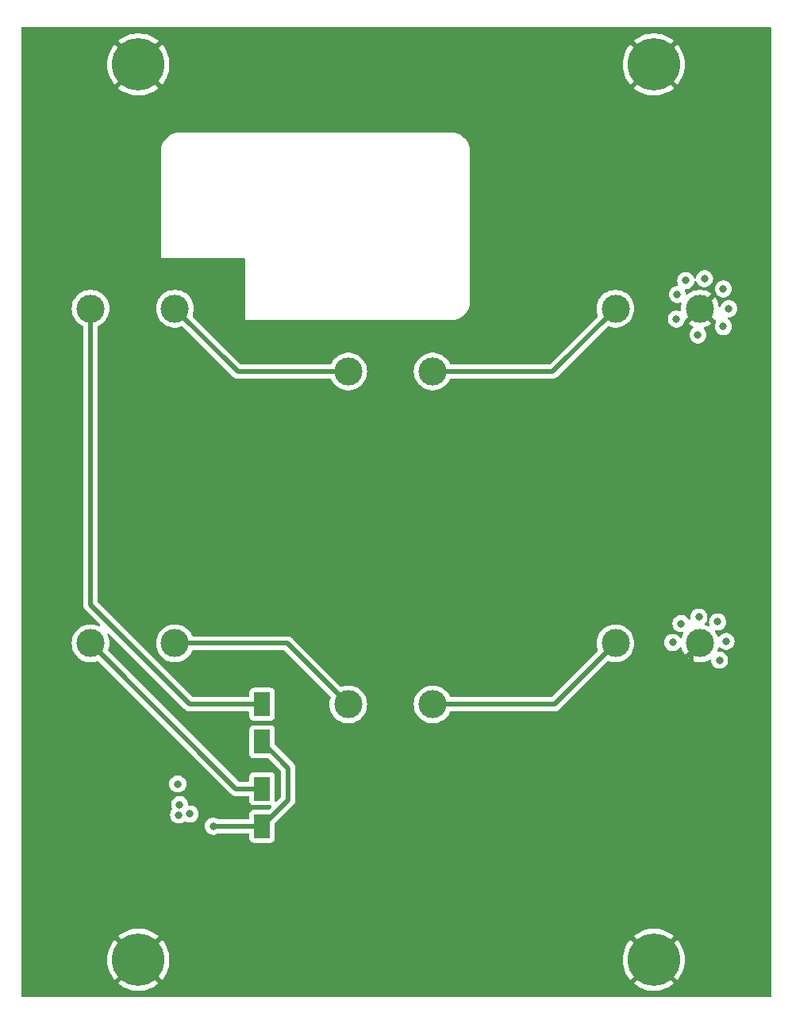
<source format=gtl>
G04 #@! TF.GenerationSoftware,KiCad,Pcbnew,7.0.1-0*
G04 #@! TF.CreationDate,2023-03-19T01:56:14-04:00*
G04 #@! TF.ProjectId,solar-cell-pcbs-usb,736f6c61-722d-4636-956c-6c2d70636273,3*
G04 #@! TF.SameCoordinates,Original*
G04 #@! TF.FileFunction,Copper,L1,Top*
G04 #@! TF.FilePolarity,Positive*
%FSLAX46Y46*%
G04 Gerber Fmt 4.6, Leading zero omitted, Abs format (unit mm)*
G04 Created by KiCad (PCBNEW 7.0.1-0) date 2023-03-19 01:56:14*
%MOMM*%
%LPD*%
G01*
G04 APERTURE LIST*
G04 #@! TA.AperFunction,ComponentPad*
%ADD10C,5.600000*%
G04 #@! TD*
G04 #@! TA.AperFunction,ComponentPad*
%ADD11C,3.000000*%
G04 #@! TD*
G04 #@! TA.AperFunction,SMDPad,CuDef*
%ADD12R,1.700000X2.500000*%
G04 #@! TD*
G04 #@! TA.AperFunction,ViaPad*
%ADD13C,0.800000*%
G04 #@! TD*
G04 #@! TA.AperFunction,Conductor*
%ADD14C,0.500000*%
G04 #@! TD*
G04 APERTURE END LIST*
D10*
X84600000Y-42750000D03*
D11*
X79500000Y-104500000D03*
X88500000Y-104500000D03*
X144500000Y-104500000D03*
X135500000Y-104500000D03*
D12*
X97800000Y-115000000D03*
X97800000Y-111000000D03*
D10*
X139600000Y-138250000D03*
D11*
X107000000Y-75500000D03*
X116000000Y-75500000D03*
X107000000Y-111000000D03*
X116000000Y-111000000D03*
D12*
X97800000Y-124000000D03*
X97800000Y-120000000D03*
D10*
X84600000Y-138250000D03*
D11*
X79500000Y-68800000D03*
X88500000Y-68800000D03*
D10*
X139600000Y-42750000D03*
D11*
X135500000Y-68800000D03*
X144500000Y-68800000D03*
D13*
X147000000Y-66700000D03*
X144300000Y-71600000D03*
X147000000Y-70700000D03*
X141600000Y-104400000D03*
X88800000Y-119500000D03*
X142000000Y-69900000D03*
X142500000Y-102400000D03*
X147600000Y-68800000D03*
X145000000Y-65600000D03*
X143000000Y-65800000D03*
X147300000Y-104300000D03*
X146600000Y-106300000D03*
X89000000Y-121700000D03*
X90100000Y-122700000D03*
X88900000Y-122800000D03*
X144400000Y-101700000D03*
X146400000Y-102200000D03*
X142100000Y-67300000D03*
X92600000Y-124000000D03*
D14*
X144500000Y-104500000D02*
X143575000Y-105425000D01*
X143575000Y-105425000D02*
X143575000Y-134275000D01*
X143575000Y-134275000D02*
X139600000Y-138250000D01*
X88500000Y-104500000D02*
X100500000Y-104500000D01*
X100500000Y-104500000D02*
X107000000Y-111000000D01*
X79500000Y-104500000D02*
X95000000Y-120000000D01*
X95000000Y-120000000D02*
X97800000Y-120000000D01*
X79500000Y-100400000D02*
X90100000Y-111000000D01*
X79500000Y-68800000D02*
X79500000Y-100400000D01*
X90100000Y-111000000D02*
X97800000Y-111000000D01*
X116000000Y-111000000D02*
X129000000Y-111000000D01*
X129000000Y-111000000D02*
X135500000Y-104500000D01*
X95200000Y-75500000D02*
X107000000Y-75500000D01*
X88500000Y-68800000D02*
X95200000Y-75500000D01*
X116000000Y-75500000D02*
X128800000Y-75500000D01*
X128800000Y-75500000D02*
X135500000Y-68800000D01*
X97800000Y-115000000D02*
X100600000Y-117800000D01*
X100600000Y-117800000D02*
X100600000Y-121200000D01*
X92600000Y-124000000D02*
X97800000Y-124000000D01*
X100600000Y-121200000D02*
X97800000Y-124000000D01*
G04 #@! TA.AperFunction,Conductor*
G36*
X152036500Y-38767381D02*
G01*
X152082619Y-38813500D01*
X152099500Y-38876500D01*
X152099500Y-142123500D01*
X152082619Y-142186500D01*
X152036500Y-142232619D01*
X151973500Y-142249500D01*
X143600099Y-142249500D01*
X135600099Y-142249500D01*
X88600099Y-142249500D01*
X80600099Y-142249500D01*
X72226500Y-142249500D01*
X72163500Y-142232619D01*
X72117381Y-142186500D01*
X72100500Y-142123500D01*
X72100500Y-140764706D01*
X82444502Y-140764706D01*
X82455307Y-140774940D01*
X82740860Y-140992013D01*
X83048233Y-141176953D01*
X83373782Y-141327568D01*
X83713715Y-141442105D01*
X84064040Y-141519217D01*
X84420642Y-141558000D01*
X84779358Y-141558000D01*
X85135959Y-141519217D01*
X85486284Y-141442105D01*
X85826217Y-141327568D01*
X86151766Y-141176953D01*
X86459139Y-140992013D01*
X86744693Y-140774939D01*
X86755496Y-140764706D01*
X137444502Y-140764706D01*
X137455307Y-140774940D01*
X137740860Y-140992013D01*
X138048233Y-141176953D01*
X138373782Y-141327568D01*
X138713715Y-141442105D01*
X139064040Y-141519217D01*
X139420642Y-141558000D01*
X139779358Y-141558000D01*
X140135959Y-141519217D01*
X140486284Y-141442105D01*
X140826217Y-141327568D01*
X141151766Y-141176953D01*
X141459139Y-140992013D01*
X141744693Y-140774939D01*
X141755496Y-140764706D01*
X139600001Y-138609210D01*
X139599999Y-138609210D01*
X137444502Y-140764706D01*
X86755496Y-140764706D01*
X84600001Y-138609210D01*
X84599999Y-138609210D01*
X82444502Y-140764706D01*
X72100500Y-140764706D01*
X72100500Y-138249999D01*
X81287140Y-138249999D01*
X81306561Y-138608183D01*
X81364593Y-138962166D01*
X81460557Y-139307797D01*
X81593331Y-139641032D01*
X81761352Y-139957955D01*
X81962655Y-140254854D01*
X82088168Y-140402620D01*
X84240789Y-138250001D01*
X84959210Y-138250001D01*
X87111831Y-140402620D01*
X87237344Y-140254854D01*
X87438647Y-139957955D01*
X87606668Y-139641032D01*
X87739442Y-139307797D01*
X87835406Y-138962166D01*
X87893438Y-138608183D01*
X87912859Y-138250000D01*
X136287140Y-138250000D01*
X136306561Y-138608183D01*
X136364593Y-138962166D01*
X136460557Y-139307797D01*
X136593331Y-139641032D01*
X136761352Y-139957955D01*
X136962655Y-140254854D01*
X137088168Y-140402620D01*
X139240789Y-138250000D01*
X139959210Y-138250000D01*
X142111831Y-140402620D01*
X142237344Y-140254854D01*
X142438647Y-139957955D01*
X142606668Y-139641032D01*
X142739442Y-139307797D01*
X142835406Y-138962166D01*
X142893438Y-138608183D01*
X142912859Y-138250000D01*
X142893438Y-137891816D01*
X142835406Y-137537833D01*
X142739442Y-137192202D01*
X142606668Y-136858967D01*
X142438647Y-136542044D01*
X142237341Y-136245140D01*
X142111831Y-136097377D01*
X139959210Y-138249998D01*
X139959210Y-138250000D01*
X139240789Y-138250000D01*
X139240789Y-138249998D01*
X137088167Y-136097377D01*
X137088166Y-136097378D01*
X136962658Y-136245139D01*
X136761352Y-136542044D01*
X136593331Y-136858967D01*
X136460557Y-137192202D01*
X136364593Y-137537833D01*
X136306561Y-137891816D01*
X136287140Y-138250000D01*
X87912859Y-138250000D01*
X87912859Y-138249999D01*
X87893438Y-137891816D01*
X87835406Y-137537833D01*
X87739442Y-137192202D01*
X87606668Y-136858967D01*
X87438647Y-136542044D01*
X87237341Y-136245140D01*
X87111831Y-136097377D01*
X84959210Y-138249999D01*
X84959210Y-138250001D01*
X84240789Y-138250001D01*
X84240789Y-138249999D01*
X82088167Y-136097377D01*
X82088166Y-136097378D01*
X81962658Y-136245139D01*
X81761352Y-136542044D01*
X81593331Y-136858967D01*
X81460557Y-137192202D01*
X81364593Y-137537833D01*
X81306561Y-137891816D01*
X81287140Y-138249999D01*
X72100500Y-138249999D01*
X72100500Y-135735292D01*
X82444502Y-135735292D01*
X84599999Y-137890789D01*
X84600001Y-137890789D01*
X86755496Y-135735292D01*
X137444502Y-135735292D01*
X139599999Y-137890789D01*
X139600001Y-137890789D01*
X141755496Y-135735292D01*
X141744692Y-135725059D01*
X141459139Y-135507986D01*
X141151766Y-135323046D01*
X140826217Y-135172431D01*
X140486284Y-135057894D01*
X140135959Y-134980782D01*
X139779358Y-134942000D01*
X139420642Y-134942000D01*
X139064040Y-134980782D01*
X138713715Y-135057894D01*
X138373782Y-135172431D01*
X138048233Y-135323046D01*
X137740860Y-135507986D01*
X137455303Y-135725062D01*
X137444502Y-135735292D01*
X86755496Y-135735292D01*
X86744692Y-135725059D01*
X86459139Y-135507986D01*
X86151766Y-135323046D01*
X85826217Y-135172431D01*
X85486284Y-135057894D01*
X85135959Y-134980782D01*
X84779358Y-134942000D01*
X84420642Y-134942000D01*
X84064040Y-134980782D01*
X83713715Y-135057894D01*
X83373782Y-135172431D01*
X83048233Y-135323046D01*
X82740860Y-135507986D01*
X82455303Y-135725062D01*
X82444502Y-135735292D01*
X72100500Y-135735292D01*
X72100500Y-122800000D01*
X87986496Y-122800000D01*
X88006458Y-122989929D01*
X88065472Y-123171556D01*
X88160958Y-123336942D01*
X88160960Y-123336944D01*
X88288747Y-123478866D01*
X88443248Y-123591118D01*
X88617712Y-123668794D01*
X88804513Y-123708500D01*
X88995485Y-123708500D01*
X88995487Y-123708500D01*
X89182288Y-123668794D01*
X89356752Y-123591118D01*
X89494759Y-123490849D01*
X89542623Y-123469539D01*
X89595018Y-123469540D01*
X89642880Y-123490850D01*
X89643248Y-123491118D01*
X89817712Y-123568794D01*
X90004513Y-123608500D01*
X90195485Y-123608500D01*
X90195487Y-123608500D01*
X90382288Y-123568794D01*
X90556752Y-123491118D01*
X90711253Y-123378866D01*
X90839040Y-123236944D01*
X90934527Y-123071556D01*
X90993542Y-122889928D01*
X91013504Y-122700000D01*
X90993542Y-122510072D01*
X90934527Y-122328444D01*
X90934527Y-122328443D01*
X90839041Y-122163057D01*
X90711252Y-122021133D01*
X90556753Y-121908883D01*
X90556752Y-121908882D01*
X90382288Y-121831206D01*
X90195487Y-121791500D01*
X90036572Y-121791500D01*
X89977419Y-121776751D01*
X89932113Y-121735958D01*
X89911262Y-121678671D01*
X89893542Y-121510072D01*
X89852729Y-121384462D01*
X89834527Y-121328443D01*
X89739041Y-121163057D01*
X89611252Y-121021133D01*
X89456753Y-120908883D01*
X89456752Y-120908882D01*
X89282288Y-120831206D01*
X89095487Y-120791500D01*
X88904513Y-120791500D01*
X88779978Y-120817970D01*
X88717711Y-120831206D01*
X88543246Y-120908883D01*
X88388747Y-121021133D01*
X88260958Y-121163057D01*
X88165472Y-121328443D01*
X88106458Y-121510070D01*
X88086496Y-121700000D01*
X88106458Y-121889929D01*
X88165472Y-122071554D01*
X88185304Y-122105905D01*
X88201494Y-122155732D01*
X88196018Y-122207837D01*
X88169824Y-122253210D01*
X88160960Y-122263054D01*
X88065472Y-122428444D01*
X88006458Y-122610070D01*
X87986496Y-122800000D01*
X72100500Y-122800000D01*
X72100500Y-119500000D01*
X87886496Y-119500000D01*
X87906458Y-119689929D01*
X87965472Y-119871556D01*
X88060958Y-120036942D01*
X88060960Y-120036944D01*
X88188747Y-120178866D01*
X88343248Y-120291118D01*
X88517712Y-120368794D01*
X88704513Y-120408500D01*
X88895485Y-120408500D01*
X88895487Y-120408500D01*
X89082288Y-120368794D01*
X89256752Y-120291118D01*
X89411253Y-120178866D01*
X89539040Y-120036944D01*
X89634527Y-119871556D01*
X89693542Y-119689928D01*
X89713504Y-119500000D01*
X89693542Y-119310072D01*
X89634527Y-119128444D01*
X89634527Y-119128443D01*
X89539041Y-118963057D01*
X89411252Y-118821133D01*
X89256753Y-118708883D01*
X89256752Y-118708882D01*
X89082288Y-118631206D01*
X88895487Y-118591500D01*
X88704513Y-118591500D01*
X88579979Y-118617970D01*
X88517711Y-118631206D01*
X88343246Y-118708883D01*
X88188747Y-118821133D01*
X88060958Y-118963057D01*
X87965472Y-119128443D01*
X87906458Y-119310070D01*
X87886496Y-119500000D01*
X72100500Y-119500000D01*
X72100500Y-104500000D01*
X77486807Y-104500000D01*
X77505557Y-104774124D01*
X77505557Y-104774128D01*
X77505558Y-104774130D01*
X77561462Y-105043153D01*
X77574155Y-105078867D01*
X77653476Y-105302057D01*
X77779889Y-105546024D01*
X77909929Y-105730248D01*
X77938343Y-105770502D01*
X78125889Y-105971314D01*
X78339031Y-106144718D01*
X78573800Y-106287484D01*
X78825823Y-106396953D01*
X79090404Y-106471085D01*
X79090410Y-106471085D01*
X79090411Y-106471086D01*
X79362612Y-106508500D01*
X79362615Y-106508500D01*
X79637385Y-106508500D01*
X79637388Y-106508500D01*
X79909590Y-106471086D01*
X79909591Y-106471085D01*
X79909596Y-106471085D01*
X80174177Y-106396953D01*
X80200163Y-106385665D01*
X80248926Y-106375241D01*
X80297916Y-106384551D01*
X80339457Y-106412138D01*
X94418092Y-120490773D01*
X94430060Y-120504620D01*
X94444531Y-120524058D01*
X94482870Y-120556228D01*
X94490974Y-120563655D01*
X94494899Y-120567580D01*
X94519502Y-120587034D01*
X94522293Y-120589308D01*
X94581382Y-120638890D01*
X94597889Y-120649405D01*
X94667794Y-120682002D01*
X94671094Y-120683600D01*
X94740000Y-120718206D01*
X94758485Y-120724631D01*
X94759791Y-120724900D01*
X94759794Y-120724902D01*
X94834113Y-120740247D01*
X94837525Y-120741003D01*
X94911344Y-120758500D01*
X94911347Y-120758500D01*
X94912642Y-120758807D01*
X94932111Y-120760796D01*
X94933438Y-120760757D01*
X94933442Y-120760758D01*
X95007697Y-120758597D01*
X95009224Y-120758553D01*
X95012888Y-120758500D01*
X96315500Y-120758500D01*
X96378500Y-120775381D01*
X96424619Y-120821500D01*
X96441500Y-120884500D01*
X96441500Y-121298638D01*
X96448011Y-121359200D01*
X96499111Y-121496205D01*
X96586738Y-121613261D01*
X96703794Y-121700888D01*
X96703795Y-121700888D01*
X96703796Y-121700889D01*
X96840799Y-121751989D01*
X96901362Y-121758500D01*
X98664629Y-121758500D01*
X98721832Y-121772233D01*
X98766565Y-121810439D01*
X98789078Y-121864789D01*
X98784462Y-121923436D01*
X98753724Y-121973595D01*
X98522724Y-122204595D01*
X98481847Y-122231909D01*
X98433629Y-122241500D01*
X96901362Y-122241500D01*
X96840799Y-122248011D01*
X96703794Y-122299111D01*
X96586738Y-122386738D01*
X96499111Y-122503794D01*
X96448011Y-122640799D01*
X96441500Y-122701362D01*
X96441500Y-123115500D01*
X96424619Y-123178500D01*
X96378500Y-123224619D01*
X96315500Y-123241500D01*
X93142586Y-123241500D01*
X93103649Y-123235333D01*
X93068529Y-123217438D01*
X93056752Y-123208882D01*
X92882288Y-123131206D01*
X92695487Y-123091500D01*
X92504513Y-123091500D01*
X92391603Y-123115500D01*
X92317711Y-123131206D01*
X92143246Y-123208883D01*
X91988747Y-123321133D01*
X91860958Y-123463057D01*
X91765472Y-123628443D01*
X91706458Y-123810070D01*
X91686496Y-123999999D01*
X91706458Y-124189929D01*
X91765472Y-124371556D01*
X91860958Y-124536942D01*
X91860960Y-124536944D01*
X91988747Y-124678866D01*
X92143248Y-124791118D01*
X92317712Y-124868794D01*
X92504513Y-124908500D01*
X92695485Y-124908500D01*
X92695487Y-124908500D01*
X92882288Y-124868794D01*
X93056752Y-124791118D01*
X93068529Y-124782561D01*
X93103649Y-124764667D01*
X93142586Y-124758500D01*
X96315500Y-124758500D01*
X96378500Y-124775381D01*
X96424619Y-124821500D01*
X96441500Y-124884500D01*
X96441500Y-125298638D01*
X96448011Y-125359200D01*
X96499111Y-125496205D01*
X96586738Y-125613261D01*
X96703794Y-125700888D01*
X96703795Y-125700888D01*
X96703796Y-125700889D01*
X96840799Y-125751989D01*
X96901362Y-125758500D01*
X98698638Y-125758500D01*
X98759201Y-125751989D01*
X98896204Y-125700889D01*
X99013261Y-125613261D01*
X99100889Y-125496204D01*
X99151989Y-125359201D01*
X99158500Y-125298638D01*
X99158500Y-123766372D01*
X99168091Y-123718154D01*
X99195404Y-123677277D01*
X99493815Y-123378866D01*
X101090776Y-121781902D01*
X101104624Y-121769936D01*
X101124058Y-121755469D01*
X101156231Y-121717125D01*
X101163660Y-121709019D01*
X101167580Y-121705100D01*
X101186999Y-121680538D01*
X101189293Y-121677723D01*
X101238887Y-121618621D01*
X101249401Y-121602117D01*
X101249964Y-121600907D01*
X101249967Y-121600905D01*
X101282036Y-121532131D01*
X101283544Y-121529015D01*
X101317609Y-121461188D01*
X101317610Y-121461179D01*
X101318212Y-121459983D01*
X101324634Y-121441509D01*
X101340238Y-121365935D01*
X101341022Y-121362397D01*
X101358500Y-121288656D01*
X101358500Y-121288654D01*
X101358808Y-121287355D01*
X101360797Y-121267885D01*
X101360758Y-121266560D01*
X101360759Y-121266558D01*
X101358553Y-121190741D01*
X101358500Y-121187077D01*
X101358500Y-117864441D01*
X101359830Y-117846180D01*
X101360067Y-117844556D01*
X101363341Y-117822211D01*
X101358979Y-117772353D01*
X101358500Y-117761372D01*
X101358500Y-117755824D01*
X101358500Y-117755820D01*
X101354860Y-117724684D01*
X101354496Y-117721123D01*
X101347887Y-117645574D01*
X101347885Y-117645569D01*
X101347770Y-117644250D01*
X101343534Y-117625138D01*
X101317156Y-117552666D01*
X101315952Y-117549203D01*
X101292114Y-117477262D01*
X101292112Y-117477260D01*
X101291692Y-117475990D01*
X101283170Y-117458386D01*
X101282435Y-117457268D01*
X101240756Y-117393900D01*
X101238812Y-117390846D01*
X101198330Y-117325213D01*
X101185964Y-117310034D01*
X101129825Y-117257069D01*
X101127197Y-117254516D01*
X99195405Y-115322724D01*
X99168091Y-115281847D01*
X99158500Y-115233629D01*
X99158500Y-113701362D01*
X99151989Y-113640799D01*
X99100889Y-113503796D01*
X99100888Y-113503794D01*
X99013261Y-113386738D01*
X98896205Y-113299111D01*
X98827702Y-113273560D01*
X98759201Y-113248011D01*
X98698638Y-113241500D01*
X96901362Y-113241500D01*
X96840799Y-113248011D01*
X96703794Y-113299111D01*
X96586738Y-113386738D01*
X96499111Y-113503794D01*
X96448011Y-113640799D01*
X96441500Y-113701362D01*
X96441500Y-116298638D01*
X96448011Y-116359200D01*
X96499111Y-116496205D01*
X96586738Y-116613261D01*
X96703794Y-116700888D01*
X96703795Y-116700888D01*
X96703796Y-116700889D01*
X96840799Y-116751989D01*
X96901362Y-116758500D01*
X98433629Y-116758500D01*
X98481847Y-116768091D01*
X98522724Y-116795405D01*
X99804595Y-118077275D01*
X99831909Y-118118152D01*
X99841500Y-118166370D01*
X99841500Y-120833629D01*
X99831909Y-120881847D01*
X99804595Y-120922724D01*
X99373595Y-121353724D01*
X99323436Y-121384462D01*
X99264789Y-121389078D01*
X99210439Y-121366565D01*
X99172233Y-121321832D01*
X99158500Y-121264629D01*
X99158500Y-118701362D01*
X99158499Y-118701361D01*
X99151989Y-118640799D01*
X99100889Y-118503796D01*
X99100888Y-118503794D01*
X99013261Y-118386738D01*
X98896205Y-118299111D01*
X98827702Y-118273561D01*
X98759201Y-118248011D01*
X98698638Y-118241500D01*
X96901362Y-118241500D01*
X96840799Y-118248011D01*
X96703794Y-118299111D01*
X96586738Y-118386738D01*
X96499111Y-118503794D01*
X96448011Y-118640799D01*
X96441500Y-118701362D01*
X96441500Y-119115500D01*
X96424619Y-119178500D01*
X96378500Y-119224619D01*
X96315500Y-119241500D01*
X95366371Y-119241500D01*
X95318153Y-119231909D01*
X95277276Y-119204595D01*
X81410207Y-105337526D01*
X81376393Y-105276169D01*
X81380577Y-105206237D01*
X81438538Y-105043153D01*
X81494442Y-104774130D01*
X81513193Y-104500000D01*
X81494442Y-104225870D01*
X81438538Y-103956847D01*
X81346523Y-103697942D01*
X81313503Y-103634216D01*
X81299873Y-103565076D01*
X81325502Y-103499430D01*
X81382372Y-103457814D01*
X81452695Y-103453245D01*
X81514472Y-103487153D01*
X89518092Y-111490773D01*
X89530060Y-111504620D01*
X89544530Y-111524057D01*
X89544531Y-111524058D01*
X89582868Y-111556226D01*
X89590965Y-111563646D01*
X89594900Y-111567581D01*
X89594904Y-111567584D01*
X89619455Y-111586997D01*
X89622296Y-111589311D01*
X89681377Y-111638885D01*
X89697890Y-111649405D01*
X89767786Y-111681998D01*
X89771078Y-111683591D01*
X89838812Y-111717609D01*
X89838814Y-111717609D01*
X89840008Y-111718209D01*
X89858490Y-111724633D01*
X89859791Y-111724901D01*
X89859794Y-111724903D01*
X89934078Y-111740241D01*
X89937630Y-111741029D01*
X90011344Y-111758500D01*
X90011346Y-111758500D01*
X90012641Y-111758807D01*
X90032114Y-111760797D01*
X90033439Y-111760758D01*
X90033442Y-111760759D01*
X90107477Y-111758604D01*
X90109259Y-111758553D01*
X90112923Y-111758500D01*
X96315500Y-111758500D01*
X96378500Y-111775381D01*
X96424619Y-111821500D01*
X96441500Y-111884500D01*
X96441500Y-112298638D01*
X96448011Y-112359200D01*
X96499111Y-112496205D01*
X96586738Y-112613261D01*
X96703794Y-112700888D01*
X96703795Y-112700888D01*
X96703796Y-112700889D01*
X96840799Y-112751989D01*
X96901362Y-112758500D01*
X98698638Y-112758500D01*
X98759201Y-112751989D01*
X98896204Y-112700889D01*
X99013261Y-112613261D01*
X99100889Y-112496204D01*
X99151989Y-112359201D01*
X99158500Y-112298638D01*
X99158500Y-109701362D01*
X99151989Y-109640799D01*
X99100889Y-109503796D01*
X99100888Y-109503794D01*
X99013261Y-109386738D01*
X98896205Y-109299111D01*
X98827702Y-109273561D01*
X98759201Y-109248011D01*
X98698638Y-109241500D01*
X96901362Y-109241500D01*
X96840799Y-109248011D01*
X96703794Y-109299111D01*
X96586738Y-109386738D01*
X96499111Y-109503794D01*
X96448011Y-109640799D01*
X96441500Y-109701362D01*
X96441500Y-110115500D01*
X96424619Y-110178500D01*
X96378500Y-110224619D01*
X96315500Y-110241500D01*
X90466371Y-110241500D01*
X90418153Y-110231909D01*
X90377276Y-110204595D01*
X84672681Y-104500000D01*
X86486807Y-104500000D01*
X86505557Y-104774124D01*
X86505557Y-104774128D01*
X86505558Y-104774130D01*
X86561462Y-105043153D01*
X86574155Y-105078867D01*
X86653476Y-105302057D01*
X86779889Y-105546024D01*
X86909929Y-105730248D01*
X86938343Y-105770502D01*
X87125889Y-105971314D01*
X87339031Y-106144718D01*
X87573800Y-106287484D01*
X87825823Y-106396953D01*
X88090404Y-106471085D01*
X88090410Y-106471085D01*
X88090411Y-106471086D01*
X88362612Y-106508500D01*
X88362615Y-106508500D01*
X88637385Y-106508500D01*
X88637388Y-106508500D01*
X88856636Y-106478364D01*
X88909596Y-106471085D01*
X89174177Y-106396953D01*
X89426200Y-106287484D01*
X89660969Y-106144718D01*
X89874111Y-105971314D01*
X90061657Y-105770502D01*
X90220111Y-105546023D01*
X90333842Y-105326530D01*
X90380247Y-105276843D01*
X90445715Y-105258500D01*
X100133629Y-105258500D01*
X100181847Y-105268091D01*
X100222724Y-105295405D01*
X105089791Y-110162472D01*
X105123605Y-110223829D01*
X105119421Y-110293761D01*
X105061463Y-110456841D01*
X105005557Y-110725875D01*
X104986807Y-111000000D01*
X105005557Y-111274124D01*
X105005557Y-111274128D01*
X105005558Y-111274130D01*
X105061462Y-111543153D01*
X105061463Y-111543155D01*
X105153476Y-111802057D01*
X105279889Y-112046024D01*
X105438342Y-112270501D01*
X105438343Y-112270502D01*
X105625889Y-112471314D01*
X105839031Y-112644718D01*
X106073800Y-112787484D01*
X106325823Y-112896953D01*
X106590404Y-112971085D01*
X106590410Y-112971085D01*
X106590411Y-112971086D01*
X106862612Y-113008500D01*
X106862615Y-113008500D01*
X107137385Y-113008500D01*
X107137388Y-113008500D01*
X107356636Y-112978364D01*
X107409596Y-112971085D01*
X107674177Y-112896953D01*
X107926200Y-112787484D01*
X108160969Y-112644718D01*
X108374111Y-112471314D01*
X108561657Y-112270502D01*
X108720111Y-112046023D01*
X108846523Y-111802058D01*
X108938538Y-111543153D01*
X108994442Y-111274130D01*
X109013193Y-111000000D01*
X113986807Y-111000000D01*
X114005557Y-111274124D01*
X114005557Y-111274128D01*
X114005558Y-111274130D01*
X114061462Y-111543153D01*
X114061463Y-111543155D01*
X114153476Y-111802057D01*
X114279889Y-112046024D01*
X114438342Y-112270501D01*
X114438343Y-112270502D01*
X114625889Y-112471314D01*
X114839031Y-112644718D01*
X115073800Y-112787484D01*
X115325823Y-112896953D01*
X115590404Y-112971085D01*
X115590410Y-112971085D01*
X115590411Y-112971086D01*
X115862612Y-113008500D01*
X115862615Y-113008500D01*
X116137385Y-113008500D01*
X116137388Y-113008500D01*
X116356636Y-112978364D01*
X116409596Y-112971085D01*
X116674177Y-112896953D01*
X116926200Y-112787484D01*
X117160969Y-112644718D01*
X117374111Y-112471314D01*
X117561657Y-112270502D01*
X117720111Y-112046023D01*
X117833842Y-111826530D01*
X117880247Y-111776843D01*
X117945715Y-111758500D01*
X128935559Y-111758500D01*
X128953820Y-111759830D01*
X128977789Y-111763341D01*
X129024253Y-111759275D01*
X129027647Y-111758979D01*
X129038628Y-111758500D01*
X129044177Y-111758500D01*
X129044180Y-111758500D01*
X129075301Y-111754861D01*
X129078889Y-111754495D01*
X129154426Y-111747887D01*
X129154430Y-111747885D01*
X129155751Y-111747770D01*
X129174856Y-111743535D01*
X129176106Y-111743079D01*
X129176113Y-111743079D01*
X129247400Y-111717132D01*
X129250769Y-111715961D01*
X129322738Y-111692114D01*
X129322739Y-111692112D01*
X129324007Y-111691693D01*
X129341613Y-111683169D01*
X129342725Y-111682437D01*
X129342732Y-111682435D01*
X129406138Y-111640730D01*
X129409161Y-111638806D01*
X129410416Y-111638032D01*
X129473651Y-111599030D01*
X129473652Y-111599028D01*
X129474788Y-111598328D01*
X129489959Y-111585970D01*
X129490871Y-111585002D01*
X129490874Y-111585001D01*
X129542929Y-111529824D01*
X129545448Y-111527231D01*
X134660543Y-106412136D01*
X134702081Y-106384552D01*
X134751070Y-106375241D01*
X134799832Y-106385663D01*
X134825823Y-106396953D01*
X135090404Y-106471085D01*
X135090410Y-106471085D01*
X135090411Y-106471086D01*
X135362612Y-106508500D01*
X135362615Y-106508500D01*
X135637385Y-106508500D01*
X135637388Y-106508500D01*
X135856636Y-106478364D01*
X135909596Y-106471085D01*
X136174177Y-106396953D01*
X136426200Y-106287484D01*
X136660969Y-106144718D01*
X136874111Y-105971314D01*
X137061657Y-105770502D01*
X137220111Y-105546023D01*
X137346523Y-105302058D01*
X137438538Y-105043153D01*
X137494442Y-104774130D01*
X137513193Y-104500000D01*
X137506353Y-104400000D01*
X140686496Y-104400000D01*
X140706458Y-104589929D01*
X140765472Y-104771556D01*
X140860958Y-104936942D01*
X140916996Y-104999178D01*
X140988747Y-105078866D01*
X141143248Y-105191118D01*
X141317712Y-105268794D01*
X141504513Y-105308500D01*
X141695485Y-105308500D01*
X141695487Y-105308500D01*
X141882288Y-105268794D01*
X142056752Y-105191118D01*
X142211253Y-105078866D01*
X142335835Y-104940502D01*
X142393820Y-104903963D01*
X142462356Y-104903183D01*
X142521161Y-104938394D01*
X142552833Y-104999178D01*
X142561942Y-105043014D01*
X142653936Y-105301860D01*
X142780318Y-105545765D01*
X142910540Y-105730248D01*
X142910541Y-105730248D01*
X144410905Y-104229885D01*
X144467389Y-104197273D01*
X144532611Y-104197273D01*
X144589095Y-104229885D01*
X144770114Y-104410904D01*
X144802726Y-104467388D01*
X144802726Y-104532610D01*
X144770114Y-104589094D01*
X143270715Y-106088492D01*
X143270715Y-106088494D01*
X143339321Y-106144310D01*
X143574026Y-106287036D01*
X143825989Y-106396480D01*
X144090513Y-106470596D01*
X144362645Y-106508000D01*
X144637355Y-106508000D01*
X144909486Y-106470596D01*
X145174010Y-106396480D01*
X145425971Y-106287037D01*
X145499580Y-106242274D01*
X145559599Y-106224048D01*
X145620969Y-106237019D01*
X145668480Y-106277972D01*
X145690359Y-106336759D01*
X145706458Y-106489929D01*
X145765472Y-106671556D01*
X145860958Y-106836942D01*
X145860960Y-106836944D01*
X145988747Y-106978866D01*
X146143248Y-107091118D01*
X146317712Y-107168794D01*
X146504513Y-107208500D01*
X146695485Y-107208500D01*
X146695487Y-107208500D01*
X146882288Y-107168794D01*
X147056752Y-107091118D01*
X147211253Y-106978866D01*
X147339040Y-106836944D01*
X147434527Y-106671556D01*
X147493542Y-106489928D01*
X147513504Y-106300000D01*
X147493542Y-106110072D01*
X147462931Y-106015862D01*
X147434527Y-105928443D01*
X147339041Y-105763057D01*
X147211252Y-105621133D01*
X147056753Y-105508883D01*
X147056752Y-105508882D01*
X146882288Y-105431206D01*
X146695487Y-105391500D01*
X146504513Y-105391500D01*
X146492707Y-105391500D01*
X146434739Y-105377374D01*
X146389769Y-105338162D01*
X146367881Y-105282657D01*
X146373982Y-105223305D01*
X146438056Y-105043017D01*
X146445297Y-105008169D01*
X146476968Y-104947383D01*
X146535773Y-104912170D01*
X146604310Y-104912950D01*
X146662297Y-104949491D01*
X146688747Y-104978866D01*
X146843248Y-105091118D01*
X147017712Y-105168794D01*
X147204513Y-105208500D01*
X147395485Y-105208500D01*
X147395487Y-105208500D01*
X147582288Y-105168794D01*
X147756752Y-105091118D01*
X147911253Y-104978866D01*
X148039040Y-104836944D01*
X148134527Y-104671556D01*
X148193542Y-104489928D01*
X148213504Y-104300000D01*
X148193542Y-104110072D01*
X148156274Y-103995375D01*
X148134527Y-103928443D01*
X148039041Y-103763057D01*
X147911252Y-103621133D01*
X147756753Y-103508883D01*
X147756752Y-103508882D01*
X147582288Y-103431206D01*
X147395487Y-103391500D01*
X147204513Y-103391500D01*
X147098274Y-103414082D01*
X147017711Y-103431206D01*
X146843246Y-103508883D01*
X146688747Y-103621133D01*
X146564952Y-103758622D01*
X146511069Y-103793875D01*
X146446805Y-103797904D01*
X146388941Y-103769655D01*
X146352591Y-103716505D01*
X146346064Y-103698141D01*
X146219683Y-103454238D01*
X146103073Y-103289039D01*
X146081169Y-103233420D01*
X146087363Y-103173966D01*
X146120262Y-103124057D01*
X146172459Y-103094926D01*
X146232208Y-103093131D01*
X146269351Y-103101026D01*
X146304512Y-103108500D01*
X146304513Y-103108500D01*
X146495485Y-103108500D01*
X146495487Y-103108500D01*
X146682288Y-103068794D01*
X146856752Y-102991118D01*
X147011253Y-102878866D01*
X147139040Y-102736944D01*
X147234527Y-102571556D01*
X147293542Y-102389928D01*
X147313504Y-102200000D01*
X147293542Y-102010072D01*
X147257981Y-101900626D01*
X147234527Y-101828443D01*
X147139041Y-101663057D01*
X147011252Y-101521133D01*
X146856753Y-101408883D01*
X146856752Y-101408882D01*
X146682288Y-101331206D01*
X146495487Y-101291500D01*
X146304513Y-101291500D01*
X146179978Y-101317970D01*
X146117711Y-101331206D01*
X145943246Y-101408883D01*
X145788747Y-101521133D01*
X145660958Y-101663057D01*
X145565473Y-101828442D01*
X145543522Y-101896000D01*
X145511215Y-101947700D01*
X145473890Y-101969248D01*
X145493135Y-101995737D01*
X145501619Y-102056105D01*
X145499996Y-102071556D01*
X145486496Y-102199999D01*
X145506458Y-102389929D01*
X145555500Y-102540864D01*
X145560349Y-102597980D01*
X145539393Y-102651333D01*
X145496970Y-102689881D01*
X145441860Y-102705648D01*
X145385468Y-102695369D01*
X145174003Y-102603516D01*
X145077995Y-102576616D01*
X145023301Y-102544789D01*
X144990977Y-102490386D01*
X144989177Y-102427131D01*
X145018352Y-102370981D01*
X145139040Y-102236944D01*
X145234527Y-102071556D01*
X145256477Y-102004000D01*
X145288783Y-101952300D01*
X145326107Y-101930750D01*
X145306863Y-101904262D01*
X145298379Y-101843897D01*
X145313504Y-101700000D01*
X145293542Y-101510072D01*
X145260663Y-101408882D01*
X145234527Y-101328443D01*
X145139041Y-101163057D01*
X145011252Y-101021133D01*
X144856753Y-100908883D01*
X144856752Y-100908882D01*
X144682288Y-100831206D01*
X144495487Y-100791500D01*
X144304513Y-100791500D01*
X144179979Y-100817970D01*
X144117711Y-100831206D01*
X143943246Y-100908883D01*
X143788747Y-101021133D01*
X143660958Y-101163057D01*
X143565472Y-101328443D01*
X143506458Y-101510070D01*
X143486496Y-101700000D01*
X143500560Y-101833807D01*
X143489258Y-101900626D01*
X143444977Y-101951926D01*
X143380526Y-101972867D01*
X143314549Y-101957393D01*
X143266131Y-101909978D01*
X143239041Y-101863057D01*
X143111252Y-101721133D01*
X142956753Y-101608883D01*
X142956752Y-101608882D01*
X142782288Y-101531206D01*
X142595487Y-101491500D01*
X142404513Y-101491500D01*
X142279979Y-101517970D01*
X142217711Y-101531206D01*
X142043246Y-101608883D01*
X141888747Y-101721133D01*
X141760958Y-101863057D01*
X141665472Y-102028443D01*
X141606458Y-102210070D01*
X141586496Y-102400000D01*
X141606458Y-102589929D01*
X141665472Y-102771556D01*
X141760958Y-102936942D01*
X141760960Y-102936944D01*
X141888747Y-103078866D01*
X142043248Y-103191118D01*
X142217712Y-103268794D01*
X142404513Y-103308500D01*
X142595487Y-103308500D01*
X142595488Y-103308500D01*
X142627375Y-103301722D01*
X142697385Y-103306830D01*
X142753797Y-103348606D01*
X142779102Y-103414082D01*
X142765446Y-103482937D01*
X142653936Y-103698139D01*
X142589065Y-103880669D01*
X142547611Y-103937999D01*
X142481797Y-103963952D01*
X142412371Y-103950347D01*
X142361221Y-103901474D01*
X142339041Y-103863057D01*
X142227521Y-103739202D01*
X142211253Y-103721134D01*
X142056752Y-103608882D01*
X141882288Y-103531206D01*
X141695487Y-103491500D01*
X141504513Y-103491500D01*
X141379978Y-103517970D01*
X141317711Y-103531206D01*
X141143246Y-103608883D01*
X140988747Y-103721133D01*
X140860958Y-103863057D01*
X140765472Y-104028443D01*
X140706458Y-104210070D01*
X140686496Y-104400000D01*
X137506353Y-104400000D01*
X137494442Y-104225870D01*
X137438538Y-103956847D01*
X137346523Y-103697942D01*
X137220111Y-103453977D01*
X137219594Y-103453245D01*
X137061656Y-103229497D01*
X136874112Y-103028687D01*
X136761342Y-102936942D01*
X136660969Y-102855282D01*
X136426200Y-102712516D01*
X136410388Y-102705648D01*
X136207345Y-102617454D01*
X136174177Y-102603047D01*
X135909596Y-102528915D01*
X135909594Y-102528914D01*
X135909588Y-102528913D01*
X135637388Y-102491500D01*
X135637385Y-102491500D01*
X135362615Y-102491500D01*
X135362612Y-102491500D01*
X135090411Y-102528913D01*
X135090403Y-102528915D01*
X135090404Y-102528915D01*
X134825823Y-102603047D01*
X134825821Y-102603047D01*
X134825820Y-102603048D01*
X134573801Y-102712515D01*
X134339030Y-102855282D01*
X134125887Y-103028687D01*
X133938343Y-103229497D01*
X133779889Y-103453975D01*
X133653476Y-103697942D01*
X133561463Y-103956844D01*
X133505557Y-104225875D01*
X133486807Y-104499999D01*
X133505557Y-104774124D01*
X133561463Y-105043158D01*
X133619421Y-105206237D01*
X133623605Y-105276169D01*
X133589791Y-105337526D01*
X128722724Y-110204595D01*
X128681847Y-110231909D01*
X128633629Y-110241500D01*
X117945715Y-110241500D01*
X117880247Y-110223157D01*
X117833842Y-110173469D01*
X117720111Y-109953977D01*
X117561657Y-109729498D01*
X117374111Y-109528686D01*
X117160969Y-109355282D01*
X116926200Y-109212516D01*
X116674177Y-109103047D01*
X116409596Y-109028915D01*
X116409594Y-109028914D01*
X116409588Y-109028913D01*
X116137388Y-108991500D01*
X116137385Y-108991500D01*
X115862615Y-108991500D01*
X115862612Y-108991500D01*
X115590411Y-109028913D01*
X115590403Y-109028915D01*
X115590404Y-109028915D01*
X115325823Y-109103047D01*
X115325821Y-109103047D01*
X115325820Y-109103048D01*
X115073801Y-109212515D01*
X114839030Y-109355282D01*
X114625887Y-109528687D01*
X114438343Y-109729497D01*
X114279889Y-109953975D01*
X114153476Y-110197942D01*
X114061463Y-110456844D01*
X114005557Y-110725875D01*
X113986807Y-111000000D01*
X109013193Y-111000000D01*
X108994442Y-110725870D01*
X108938538Y-110456847D01*
X108846523Y-110197942D01*
X108720111Y-109953977D01*
X108561657Y-109729498D01*
X108374111Y-109528686D01*
X108160969Y-109355282D01*
X107926200Y-109212516D01*
X107674177Y-109103047D01*
X107409596Y-109028915D01*
X107409594Y-109028914D01*
X107409588Y-109028913D01*
X107137388Y-108991500D01*
X107137385Y-108991500D01*
X106862615Y-108991500D01*
X106862612Y-108991500D01*
X106590411Y-109028913D01*
X106590403Y-109028915D01*
X106590404Y-109028915D01*
X106325823Y-109103047D01*
X106325821Y-109103047D01*
X106325820Y-109103048D01*
X106299833Y-109114336D01*
X106251069Y-109124758D01*
X106202081Y-109115447D01*
X106160542Y-109087861D01*
X101081909Y-104009228D01*
X101069937Y-103995375D01*
X101055470Y-103975943D01*
X101017130Y-103943772D01*
X101009032Y-103936351D01*
X101005101Y-103932420D01*
X100997081Y-103926078D01*
X100980528Y-103912989D01*
X100977690Y-103910677D01*
X100918622Y-103861113D01*
X100902110Y-103850594D01*
X100832205Y-103817996D01*
X100828909Y-103816401D01*
X100759996Y-103781792D01*
X100741504Y-103775365D01*
X100665942Y-103759762D01*
X100662367Y-103758969D01*
X100587356Y-103741191D01*
X100567885Y-103739202D01*
X100490741Y-103741447D01*
X100487077Y-103741500D01*
X90445715Y-103741500D01*
X90380247Y-103723157D01*
X90333842Y-103673469D01*
X90220111Y-103453977D01*
X90219594Y-103453245D01*
X90061656Y-103229497D01*
X89874112Y-103028687D01*
X89761342Y-102936942D01*
X89660969Y-102855282D01*
X89426200Y-102712516D01*
X89410388Y-102705648D01*
X89207345Y-102617454D01*
X89174177Y-102603047D01*
X88909596Y-102528915D01*
X88909594Y-102528914D01*
X88909588Y-102528913D01*
X88637388Y-102491500D01*
X88637385Y-102491500D01*
X88362615Y-102491500D01*
X88362612Y-102491500D01*
X88090411Y-102528913D01*
X88090403Y-102528915D01*
X88090404Y-102528915D01*
X87825823Y-102603047D01*
X87825821Y-102603047D01*
X87825820Y-102603048D01*
X87573801Y-102712515D01*
X87339030Y-102855282D01*
X87125887Y-103028687D01*
X86938343Y-103229497D01*
X86779889Y-103453975D01*
X86653476Y-103697942D01*
X86561463Y-103956844D01*
X86505557Y-104225875D01*
X86486807Y-104500000D01*
X84672681Y-104500000D01*
X80295405Y-100122724D01*
X80268091Y-100081847D01*
X80258500Y-100033629D01*
X80258500Y-70742970D01*
X80267819Y-70695415D01*
X80294396Y-70654894D01*
X80334301Y-70627401D01*
X80426200Y-70587484D01*
X80660969Y-70444718D01*
X80874111Y-70271314D01*
X81061657Y-70070502D01*
X81220111Y-69846023D01*
X81346523Y-69602058D01*
X81438538Y-69343153D01*
X81494442Y-69074130D01*
X81513193Y-68800000D01*
X86486807Y-68800000D01*
X86505557Y-69074124D01*
X86505557Y-69074128D01*
X86505558Y-69074130D01*
X86561462Y-69343153D01*
X86568536Y-69363056D01*
X86653476Y-69602057D01*
X86779889Y-69846024D01*
X86888959Y-70000541D01*
X86938343Y-70070502D01*
X87125889Y-70271314D01*
X87339031Y-70444718D01*
X87573800Y-70587484D01*
X87825823Y-70696953D01*
X88090404Y-70771085D01*
X88090410Y-70771085D01*
X88090411Y-70771086D01*
X88362612Y-70808500D01*
X88362615Y-70808500D01*
X88637385Y-70808500D01*
X88637388Y-70808500D01*
X88909590Y-70771086D01*
X88909591Y-70771085D01*
X88909596Y-70771085D01*
X89174177Y-70696953D01*
X89200163Y-70685665D01*
X89248926Y-70675241D01*
X89297916Y-70684551D01*
X89339457Y-70712138D01*
X94618092Y-75990773D01*
X94630060Y-76004620D01*
X94644531Y-76024058D01*
X94682868Y-76056226D01*
X94690965Y-76063646D01*
X94694900Y-76067581D01*
X94694904Y-76067584D01*
X94719455Y-76086997D01*
X94722296Y-76089311D01*
X94781377Y-76138885D01*
X94797890Y-76149405D01*
X94867786Y-76181998D01*
X94871078Y-76183591D01*
X94938812Y-76217609D01*
X94938814Y-76217609D01*
X94940008Y-76218209D01*
X94958490Y-76224633D01*
X94959791Y-76224901D01*
X94959794Y-76224903D01*
X95034078Y-76240241D01*
X95037630Y-76241029D01*
X95111344Y-76258500D01*
X95111346Y-76258500D01*
X95112641Y-76258807D01*
X95132114Y-76260797D01*
X95133439Y-76260758D01*
X95133442Y-76260759D01*
X95207477Y-76258604D01*
X95209259Y-76258553D01*
X95212923Y-76258500D01*
X105054285Y-76258500D01*
X105119753Y-76276843D01*
X105166157Y-76326530D01*
X105229133Y-76448068D01*
X105279889Y-76546024D01*
X105438343Y-76770502D01*
X105625889Y-76971314D01*
X105839031Y-77144718D01*
X106073800Y-77287484D01*
X106325823Y-77396953D01*
X106590404Y-77471085D01*
X106590410Y-77471085D01*
X106590411Y-77471086D01*
X106862612Y-77508500D01*
X106862615Y-77508500D01*
X107137385Y-77508500D01*
X107137388Y-77508500D01*
X107356636Y-77478364D01*
X107409596Y-77471085D01*
X107674177Y-77396953D01*
X107926200Y-77287484D01*
X108160969Y-77144718D01*
X108374111Y-76971314D01*
X108561657Y-76770502D01*
X108720111Y-76546023D01*
X108846523Y-76302058D01*
X108938538Y-76043153D01*
X108994442Y-75774130D01*
X109013193Y-75500000D01*
X113986807Y-75500000D01*
X114005557Y-75774124D01*
X114005557Y-75774128D01*
X114005558Y-75774130D01*
X114061462Y-76043153D01*
X114061463Y-76043155D01*
X114153476Y-76302057D01*
X114279889Y-76546024D01*
X114438343Y-76770502D01*
X114625889Y-76971314D01*
X114839031Y-77144718D01*
X115073800Y-77287484D01*
X115325823Y-77396953D01*
X115590404Y-77471085D01*
X115590410Y-77471085D01*
X115590411Y-77471086D01*
X115862612Y-77508500D01*
X115862615Y-77508500D01*
X116137385Y-77508500D01*
X116137388Y-77508500D01*
X116356636Y-77478364D01*
X116409596Y-77471085D01*
X116674177Y-77396953D01*
X116926200Y-77287484D01*
X117160969Y-77144718D01*
X117374111Y-76971314D01*
X117561657Y-76770502D01*
X117720111Y-76546023D01*
X117833842Y-76326530D01*
X117880247Y-76276843D01*
X117945715Y-76258500D01*
X128735559Y-76258500D01*
X128753820Y-76259830D01*
X128777789Y-76263341D01*
X128824253Y-76259275D01*
X128827647Y-76258979D01*
X128838628Y-76258500D01*
X128844177Y-76258500D01*
X128844180Y-76258500D01*
X128875301Y-76254861D01*
X128878889Y-76254495D01*
X128954426Y-76247887D01*
X128954430Y-76247885D01*
X128955751Y-76247770D01*
X128974856Y-76243535D01*
X128976106Y-76243079D01*
X128976113Y-76243079D01*
X129047400Y-76217132D01*
X129050769Y-76215961D01*
X129122738Y-76192114D01*
X129122739Y-76192112D01*
X129124007Y-76191693D01*
X129141613Y-76183169D01*
X129142725Y-76182437D01*
X129142732Y-76182435D01*
X129206138Y-76140730D01*
X129209161Y-76138806D01*
X129210416Y-76138032D01*
X129273651Y-76099030D01*
X129273652Y-76099028D01*
X129274788Y-76098328D01*
X129289959Y-76085970D01*
X129290871Y-76085002D01*
X129290874Y-76085001D01*
X129342929Y-76029824D01*
X129345448Y-76027231D01*
X134660543Y-70712136D01*
X134702081Y-70684552D01*
X134751070Y-70675241D01*
X134799832Y-70685663D01*
X134825823Y-70696953D01*
X135090404Y-70771085D01*
X135090410Y-70771085D01*
X135090411Y-70771086D01*
X135362612Y-70808500D01*
X135362615Y-70808500D01*
X135637385Y-70808500D01*
X135637388Y-70808500D01*
X135862313Y-70777584D01*
X135909596Y-70771085D01*
X136174177Y-70696953D01*
X136426200Y-70587484D01*
X136660969Y-70444718D01*
X136874111Y-70271314D01*
X137061657Y-70070502D01*
X137182010Y-69900000D01*
X141086496Y-69900000D01*
X141090099Y-69934277D01*
X141106458Y-70089929D01*
X141165472Y-70271556D01*
X141260958Y-70436942D01*
X141267592Y-70444310D01*
X141388747Y-70578866D01*
X141543248Y-70691118D01*
X141717712Y-70768794D01*
X141904513Y-70808500D01*
X142095485Y-70808500D01*
X142095487Y-70808500D01*
X142282288Y-70768794D01*
X142456752Y-70691118D01*
X142611253Y-70578866D01*
X142739040Y-70436944D01*
X142767013Y-70388494D01*
X143270715Y-70388494D01*
X143339321Y-70444310D01*
X143574028Y-70587037D01*
X143731320Y-70655359D01*
X143782550Y-70696172D01*
X143806370Y-70757186D01*
X143796346Y-70821914D01*
X143755184Y-70872863D01*
X143688748Y-70921131D01*
X143560958Y-71063057D01*
X143465472Y-71228443D01*
X143406458Y-71410070D01*
X143386496Y-71599999D01*
X143406458Y-71789929D01*
X143465472Y-71971556D01*
X143560958Y-72136942D01*
X143560960Y-72136944D01*
X143688747Y-72278866D01*
X143843248Y-72391118D01*
X144017712Y-72468794D01*
X144204513Y-72508500D01*
X144395485Y-72508500D01*
X144395487Y-72508500D01*
X144582288Y-72468794D01*
X144756752Y-72391118D01*
X144911253Y-72278866D01*
X145039040Y-72136944D01*
X145134527Y-71971556D01*
X145193542Y-71789928D01*
X145213504Y-71600000D01*
X145193542Y-71410072D01*
X145134527Y-71228444D01*
X145134527Y-71228443D01*
X145039041Y-71063057D01*
X144938500Y-70951395D01*
X144909323Y-70895241D01*
X144911123Y-70831986D01*
X144943447Y-70777584D01*
X144998142Y-70745756D01*
X145174008Y-70696480D01*
X145425970Y-70587038D01*
X145660681Y-70444307D01*
X145729283Y-70388493D01*
X145729283Y-70388492D01*
X144500001Y-69159210D01*
X144499999Y-69159210D01*
X143270715Y-70388492D01*
X143270715Y-70388494D01*
X142767013Y-70388494D01*
X142834527Y-70271556D01*
X142893542Y-70089928D01*
X142893890Y-70086611D01*
X142905472Y-70045539D01*
X142930105Y-70010684D01*
X144140789Y-68800001D01*
X144859210Y-68800001D01*
X146089457Y-70030247D01*
X146109931Y-70028496D01*
X146176563Y-70041111D01*
X146227006Y-70086438D01*
X146246645Y-70151348D01*
X146229793Y-70217037D01*
X146165472Y-70328443D01*
X146106458Y-70510070D01*
X146086496Y-70700000D01*
X146106458Y-70889929D01*
X146165472Y-71071556D01*
X146260958Y-71236942D01*
X146260960Y-71236944D01*
X146388747Y-71378866D01*
X146543248Y-71491118D01*
X146717712Y-71568794D01*
X146904513Y-71608500D01*
X147095485Y-71608500D01*
X147095487Y-71608500D01*
X147282288Y-71568794D01*
X147456752Y-71491118D01*
X147611253Y-71378866D01*
X147739040Y-71236944D01*
X147834527Y-71071556D01*
X147893542Y-70889928D01*
X147913504Y-70700000D01*
X147893542Y-70510072D01*
X147834527Y-70328444D01*
X147834527Y-70328443D01*
X147739041Y-70163057D01*
X147611252Y-70021133D01*
X147494677Y-69936436D01*
X147454730Y-69888148D01*
X147442987Y-69826588D01*
X147462353Y-69766986D01*
X147508037Y-69724085D01*
X147568738Y-69708500D01*
X147695485Y-69708500D01*
X147695487Y-69708500D01*
X147882288Y-69668794D01*
X148056752Y-69591118D01*
X148211253Y-69478866D01*
X148339040Y-69336944D01*
X148434527Y-69171556D01*
X148493542Y-68989928D01*
X148513504Y-68800000D01*
X148493542Y-68610072D01*
X148446299Y-68464673D01*
X148434527Y-68428443D01*
X148339041Y-68263057D01*
X148211252Y-68121133D01*
X148134002Y-68065008D01*
X148056752Y-68008882D01*
X147882288Y-67931206D01*
X147695487Y-67891500D01*
X147504513Y-67891500D01*
X147379979Y-67917970D01*
X147317711Y-67931206D01*
X147143246Y-68008883D01*
X146988747Y-68121133D01*
X146860958Y-68263057D01*
X146765473Y-68428442D01*
X146734151Y-68524841D01*
X146698543Y-68579617D01*
X146640290Y-68609198D01*
X146575054Y-68605630D01*
X146520375Y-68569873D01*
X146490953Y-68511539D01*
X146438055Y-68256980D01*
X146346063Y-67998139D01*
X146219683Y-67754238D01*
X146089457Y-67569750D01*
X144859210Y-68799999D01*
X144859210Y-68800001D01*
X144140789Y-68800001D01*
X144500000Y-68440790D01*
X145729283Y-67211505D01*
X145729283Y-67211504D01*
X145660678Y-67155689D01*
X145425973Y-67012963D01*
X145174010Y-66903519D01*
X144909486Y-66829403D01*
X144637355Y-66792000D01*
X144362645Y-66792000D01*
X144090513Y-66829403D01*
X143825989Y-66903519D01*
X143574026Y-67012963D01*
X143339322Y-67155689D01*
X143205700Y-67264399D01*
X143144476Y-67291324D01*
X143078097Y-67283123D01*
X143025268Y-67242105D01*
X143000873Y-67179831D01*
X142993542Y-67110072D01*
X142934527Y-66928444D01*
X142934527Y-66928443D01*
X142916662Y-66897500D01*
X142899781Y-66834500D01*
X142916662Y-66771500D01*
X142962781Y-66725381D01*
X143025781Y-66708500D01*
X143095485Y-66708500D01*
X143095487Y-66708500D01*
X143135476Y-66700000D01*
X146086496Y-66700000D01*
X146106458Y-66889929D01*
X146165472Y-67071556D01*
X146260958Y-67236942D01*
X146302540Y-67283123D01*
X146388747Y-67378866D01*
X146543248Y-67491118D01*
X146717712Y-67568794D01*
X146904513Y-67608500D01*
X147095485Y-67608500D01*
X147095487Y-67608500D01*
X147282288Y-67568794D01*
X147456752Y-67491118D01*
X147611253Y-67378866D01*
X147739040Y-67236944D01*
X147834527Y-67071556D01*
X147893542Y-66889928D01*
X147913504Y-66700000D01*
X147893542Y-66510072D01*
X147837288Y-66336942D01*
X147834527Y-66328443D01*
X147739041Y-66163057D01*
X147611252Y-66021133D01*
X147456753Y-65908883D01*
X147456752Y-65908882D01*
X147282288Y-65831206D01*
X147095487Y-65791500D01*
X146904513Y-65791500D01*
X146779979Y-65817970D01*
X146717711Y-65831206D01*
X146543246Y-65908883D01*
X146388747Y-66021133D01*
X146260958Y-66163057D01*
X146165472Y-66328443D01*
X146106458Y-66510070D01*
X146086496Y-66700000D01*
X143135476Y-66700000D01*
X143282288Y-66668794D01*
X143456752Y-66591118D01*
X143611253Y-66478866D01*
X143739040Y-66336944D01*
X143834527Y-66171556D01*
X143893542Y-65989928D01*
X143899502Y-65933215D01*
X143924448Y-65870210D01*
X143978426Y-65829237D01*
X144045823Y-65822153D01*
X144107142Y-65851007D01*
X144144644Y-65907452D01*
X144165473Y-65971557D01*
X144260958Y-66136942D01*
X144260960Y-66136944D01*
X144388747Y-66278866D01*
X144543248Y-66391118D01*
X144717712Y-66468794D01*
X144904513Y-66508500D01*
X145095485Y-66508500D01*
X145095487Y-66508500D01*
X145282288Y-66468794D01*
X145456752Y-66391118D01*
X145611253Y-66278866D01*
X145739040Y-66136944D01*
X145834527Y-65971556D01*
X145893542Y-65789928D01*
X145913504Y-65600000D01*
X145893542Y-65410072D01*
X145834527Y-65228444D01*
X145834527Y-65228443D01*
X145739041Y-65063057D01*
X145611252Y-64921133D01*
X145456753Y-64808883D01*
X145456752Y-64808882D01*
X145282288Y-64731206D01*
X145095487Y-64691500D01*
X144904513Y-64691500D01*
X144779979Y-64717970D01*
X144717711Y-64731206D01*
X144543246Y-64808883D01*
X144388747Y-64921133D01*
X144260958Y-65063057D01*
X144165472Y-65228443D01*
X144106458Y-65410070D01*
X144100498Y-65466781D01*
X144075550Y-65529790D01*
X144021571Y-65570762D01*
X143954175Y-65577845D01*
X143892857Y-65548991D01*
X143855355Y-65492546D01*
X143834527Y-65428443D01*
X143739041Y-65263057D01*
X143611252Y-65121133D01*
X143456753Y-65008883D01*
X143456752Y-65008882D01*
X143282288Y-64931206D01*
X143095487Y-64891500D01*
X142904513Y-64891500D01*
X142779979Y-64917970D01*
X142717711Y-64931206D01*
X142543246Y-65008883D01*
X142388747Y-65121133D01*
X142260958Y-65263057D01*
X142165472Y-65428443D01*
X142106458Y-65610070D01*
X142086496Y-65800000D01*
X142106458Y-65989929D01*
X142165472Y-66171556D01*
X142183338Y-66202500D01*
X142200219Y-66265500D01*
X142183338Y-66328500D01*
X142137219Y-66374619D01*
X142074219Y-66391500D01*
X142004513Y-66391500D01*
X141879978Y-66417970D01*
X141817711Y-66431206D01*
X141643246Y-66508883D01*
X141488747Y-66621133D01*
X141360958Y-66763057D01*
X141265472Y-66928443D01*
X141206458Y-67110070D01*
X141186496Y-67299999D01*
X141206458Y-67489929D01*
X141265472Y-67671556D01*
X141360958Y-67836942D01*
X141360960Y-67836944D01*
X141488747Y-67978866D01*
X141643248Y-68091118D01*
X141817712Y-68168794D01*
X142004513Y-68208500D01*
X142195485Y-68208500D01*
X142195487Y-68208500D01*
X142382288Y-68168794D01*
X142382290Y-68168793D01*
X142395242Y-68166040D01*
X142395821Y-68168765D01*
X142443352Y-68161842D01*
X142506124Y-68188679D01*
X142545686Y-68244315D01*
X142550424Y-68312419D01*
X142506053Y-68525942D01*
X142487308Y-68800000D01*
X142495773Y-68923765D01*
X142483731Y-68986737D01*
X142442259Y-69035631D01*
X142382097Y-69057787D01*
X142318819Y-69047470D01*
X142282291Y-69031207D01*
X142282289Y-69031206D01*
X142282288Y-69031206D01*
X142095487Y-68991500D01*
X141904513Y-68991500D01*
X141779979Y-69017970D01*
X141717711Y-69031206D01*
X141543246Y-69108883D01*
X141388747Y-69221133D01*
X141260958Y-69363057D01*
X141165472Y-69528443D01*
X141106458Y-69710070D01*
X141091278Y-69854498D01*
X141086496Y-69900000D01*
X137182010Y-69900000D01*
X137220111Y-69846023D01*
X137346523Y-69602058D01*
X137438538Y-69343153D01*
X137494442Y-69074130D01*
X137513193Y-68800000D01*
X137494442Y-68525870D01*
X137438538Y-68256847D01*
X137346523Y-67997942D01*
X137220111Y-67753977D01*
X137061657Y-67529498D01*
X136874111Y-67328686D01*
X136660969Y-67155282D01*
X136426200Y-67012516D01*
X136174177Y-66903047D01*
X135909596Y-66828915D01*
X135909594Y-66828914D01*
X135909588Y-66828913D01*
X135637388Y-66791500D01*
X135637385Y-66791500D01*
X135362615Y-66791500D01*
X135362612Y-66791500D01*
X135090411Y-66828913D01*
X135090403Y-66828915D01*
X135090404Y-66828915D01*
X134825823Y-66903047D01*
X134825821Y-66903047D01*
X134825820Y-66903048D01*
X134573801Y-67012515D01*
X134339030Y-67155282D01*
X134125887Y-67328687D01*
X133938343Y-67529497D01*
X133779889Y-67753975D01*
X133653476Y-67997942D01*
X133576941Y-68213293D01*
X133561462Y-68256847D01*
X133523238Y-68440790D01*
X133505557Y-68525875D01*
X133486807Y-68799999D01*
X133505557Y-69074124D01*
X133505557Y-69074128D01*
X133505558Y-69074130D01*
X133536106Y-69221133D01*
X133561463Y-69343158D01*
X133619421Y-69506237D01*
X133623605Y-69576169D01*
X133589791Y-69637526D01*
X128522724Y-74704595D01*
X128481847Y-74731909D01*
X128433629Y-74741500D01*
X117945715Y-74741500D01*
X117880247Y-74723157D01*
X117833842Y-74673469D01*
X117720111Y-74453977D01*
X117561657Y-74229498D01*
X117374111Y-74028686D01*
X117160969Y-73855282D01*
X116926200Y-73712516D01*
X116674177Y-73603047D01*
X116409596Y-73528915D01*
X116409594Y-73528914D01*
X116409588Y-73528913D01*
X116137388Y-73491500D01*
X116137385Y-73491500D01*
X115862615Y-73491500D01*
X115862612Y-73491500D01*
X115590411Y-73528913D01*
X115590403Y-73528915D01*
X115590404Y-73528915D01*
X115325823Y-73603047D01*
X115325821Y-73603047D01*
X115325820Y-73603048D01*
X115073801Y-73712515D01*
X114839030Y-73855282D01*
X114625887Y-74028687D01*
X114438343Y-74229497D01*
X114279889Y-74453975D01*
X114153476Y-74697942D01*
X114061463Y-74956844D01*
X114005557Y-75225875D01*
X113986807Y-75500000D01*
X109013193Y-75500000D01*
X108994442Y-75225870D01*
X108938538Y-74956847D01*
X108846523Y-74697942D01*
X108720111Y-74453977D01*
X108561657Y-74229498D01*
X108374111Y-74028686D01*
X108160969Y-73855282D01*
X107926200Y-73712516D01*
X107674177Y-73603047D01*
X107409596Y-73528915D01*
X107409594Y-73528914D01*
X107409588Y-73528913D01*
X107137388Y-73491500D01*
X107137385Y-73491500D01*
X106862615Y-73491500D01*
X106862612Y-73491500D01*
X106590411Y-73528913D01*
X106590403Y-73528915D01*
X106590404Y-73528915D01*
X106325823Y-73603047D01*
X106325821Y-73603047D01*
X106325820Y-73603048D01*
X106073801Y-73712515D01*
X105839030Y-73855282D01*
X105625887Y-74028687D01*
X105438343Y-74229497D01*
X105279889Y-74453975D01*
X105209700Y-74589434D01*
X105166157Y-74673469D01*
X105119753Y-74723157D01*
X105054285Y-74741500D01*
X95566371Y-74741500D01*
X95518153Y-74731909D01*
X95477276Y-74704595D01*
X90410207Y-69637526D01*
X90376393Y-69576169D01*
X90380577Y-69506237D01*
X90438538Y-69343153D01*
X90494442Y-69074130D01*
X90513193Y-68800000D01*
X90494442Y-68525870D01*
X90438538Y-68256847D01*
X90346523Y-67997942D01*
X90220111Y-67753977D01*
X90061657Y-67529498D01*
X89874111Y-67328686D01*
X89660969Y-67155282D01*
X89426200Y-67012516D01*
X89174177Y-66903047D01*
X88909596Y-66828915D01*
X88909594Y-66828914D01*
X88909588Y-66828913D01*
X88637388Y-66791500D01*
X88637385Y-66791500D01*
X88362615Y-66791500D01*
X88362612Y-66791500D01*
X88090411Y-66828913D01*
X88090403Y-66828915D01*
X88090404Y-66828915D01*
X87825823Y-66903047D01*
X87825821Y-66903047D01*
X87825820Y-66903048D01*
X87573801Y-67012515D01*
X87339030Y-67155282D01*
X87125887Y-67328687D01*
X86938343Y-67529497D01*
X86779889Y-67753975D01*
X86653476Y-67997942D01*
X86576941Y-68213293D01*
X86561462Y-68256847D01*
X86523238Y-68440790D01*
X86505557Y-68525875D01*
X86486807Y-68800000D01*
X81513193Y-68800000D01*
X81494442Y-68525870D01*
X81438538Y-68256847D01*
X81346523Y-67997942D01*
X81220111Y-67753977D01*
X81061657Y-67529498D01*
X80874111Y-67328686D01*
X80660969Y-67155282D01*
X80426200Y-67012516D01*
X80174177Y-66903047D01*
X79909596Y-66828915D01*
X79909594Y-66828914D01*
X79909588Y-66828913D01*
X79637388Y-66791500D01*
X79637385Y-66791500D01*
X79362615Y-66791500D01*
X79362612Y-66791500D01*
X79090411Y-66828913D01*
X79090403Y-66828915D01*
X79090404Y-66828915D01*
X78825823Y-66903047D01*
X78825821Y-66903047D01*
X78825820Y-66903048D01*
X78573801Y-67012515D01*
X78339030Y-67155282D01*
X78125887Y-67328687D01*
X77938343Y-67529497D01*
X77779889Y-67753975D01*
X77653476Y-67997942D01*
X77576941Y-68213293D01*
X77561462Y-68256847D01*
X77523238Y-68440790D01*
X77505557Y-68525875D01*
X77486807Y-68800000D01*
X77505557Y-69074124D01*
X77505557Y-69074128D01*
X77505558Y-69074130D01*
X77561462Y-69343153D01*
X77568536Y-69363056D01*
X77653476Y-69602057D01*
X77779889Y-69846024D01*
X77888959Y-70000541D01*
X77938343Y-70070502D01*
X78125889Y-70271314D01*
X78339031Y-70444718D01*
X78446498Y-70510070D01*
X78573798Y-70587483D01*
X78665699Y-70627401D01*
X78705604Y-70654894D01*
X78732181Y-70695415D01*
X78741500Y-70742970D01*
X78741500Y-100335559D01*
X78740170Y-100353820D01*
X78736659Y-100377788D01*
X78741021Y-100427647D01*
X78741500Y-100438628D01*
X78741500Y-100444184D01*
X78745135Y-100475290D01*
X78745507Y-100478932D01*
X78752228Y-100555744D01*
X78756469Y-100574873D01*
X78782846Y-100647342D01*
X78784049Y-100650804D01*
X78808304Y-100724000D01*
X78816837Y-100741627D01*
X78859232Y-100806084D01*
X78861171Y-100809127D01*
X78900970Y-100873651D01*
X78901674Y-100874792D01*
X78914038Y-100889967D01*
X78914998Y-100890873D01*
X78914999Y-100890874D01*
X78970155Y-100942911D01*
X78972784Y-100945465D01*
X80511886Y-102484567D01*
X80545409Y-102544666D01*
X80542355Y-102613415D01*
X80503636Y-102670306D01*
X80440800Y-102698368D01*
X80372593Y-102689231D01*
X80207345Y-102617454D01*
X80174177Y-102603047D01*
X79909596Y-102528915D01*
X79909594Y-102528914D01*
X79909588Y-102528913D01*
X79637388Y-102491500D01*
X79637385Y-102491500D01*
X79362615Y-102491500D01*
X79362612Y-102491500D01*
X79090411Y-102528913D01*
X79090403Y-102528915D01*
X79090404Y-102528915D01*
X78825823Y-102603047D01*
X78825821Y-102603047D01*
X78825820Y-102603048D01*
X78573801Y-102712515D01*
X78339030Y-102855282D01*
X78125887Y-103028687D01*
X77938343Y-103229497D01*
X77779889Y-103453975D01*
X77653476Y-103697942D01*
X77561463Y-103956844D01*
X77505557Y-104225875D01*
X77486807Y-104500000D01*
X72100500Y-104500000D01*
X72100500Y-63376134D01*
X86999400Y-63376134D01*
X86999459Y-63399999D01*
X86999459Y-63400000D01*
X86999472Y-63400032D01*
X86999516Y-63400256D01*
X86999558Y-63400240D01*
X86999615Y-63400381D01*
X86999619Y-63400385D01*
X86999996Y-63400540D01*
X86999999Y-63400541D01*
X87000001Y-63400540D01*
X87024236Y-63400635D01*
X87024926Y-63400500D01*
X95873500Y-63400500D01*
X95936500Y-63417381D01*
X95982619Y-63463500D01*
X95999500Y-63526500D01*
X95999500Y-69974842D01*
X95999459Y-69975048D01*
X95999459Y-70000000D01*
X95999500Y-70000099D01*
X95999617Y-70000383D01*
X96000000Y-70000541D01*
X96000002Y-70000539D01*
X96025014Y-70000524D01*
X96025014Y-70000528D01*
X96025158Y-70000500D01*
X117941743Y-70000500D01*
X117942264Y-70000603D01*
X117993861Y-70000501D01*
X117994274Y-70000500D01*
X117994362Y-70000500D01*
X118019470Y-70000500D01*
X118019930Y-70000405D01*
X118122003Y-70000158D01*
X118375179Y-69967416D01*
X118622189Y-69902947D01*
X118622190Y-69902946D01*
X118622192Y-69902946D01*
X118669969Y-69883752D01*
X118859074Y-69807784D01*
X119082036Y-69683453D01*
X119287501Y-69531946D01*
X119472176Y-69355692D01*
X119633101Y-69157516D01*
X119767695Y-68940596D01*
X119873803Y-68708407D01*
X119949722Y-68464673D01*
X119994236Y-68213299D01*
X119999280Y-68110596D01*
X120000500Y-68105674D01*
X120000500Y-68088941D01*
X120000658Y-68082636D01*
X120002449Y-68046872D01*
X120000500Y-68036447D01*
X120000500Y-52067959D01*
X120001090Y-52064965D01*
X120000509Y-52016454D01*
X120000500Y-52014943D01*
X120000500Y-51992832D01*
X120000154Y-51991164D01*
X119998794Y-51884224D01*
X119961799Y-51623856D01*
X119891716Y-51370384D01*
X119831283Y-51226792D01*
X119789704Y-51127995D01*
X119657445Y-50900691D01*
X119657444Y-50900689D01*
X119497125Y-50692224D01*
X119404946Y-50599822D01*
X119311389Y-50506038D01*
X119103318Y-50345220D01*
X118876332Y-50212411D01*
X118634194Y-50109814D01*
X118380888Y-50039117D01*
X118120612Y-50001492D01*
X118055085Y-50000499D01*
X118008693Y-49999795D01*
X118006954Y-49999500D01*
X117990045Y-49999500D01*
X117988278Y-49999488D01*
X117940418Y-49998816D01*
X117936954Y-49999500D01*
X89052174Y-49999500D01*
X89048710Y-49998817D01*
X88868860Y-50001302D01*
X88609301Y-50039052D01*
X88356853Y-50110219D01*
X88115792Y-50213596D01*
X87890215Y-50347425D01*
X87683947Y-50509439D01*
X87500480Y-50696892D01*
X87342943Y-50906592D01*
X87213991Y-51135001D01*
X87115821Y-51378227D01*
X87050099Y-51632145D01*
X87017937Y-51892457D01*
X87018941Y-52022938D01*
X87018945Y-52024122D01*
X86999541Y-63375412D01*
X86999400Y-63376134D01*
X72100500Y-63376134D01*
X72100500Y-45264706D01*
X82444502Y-45264706D01*
X82455307Y-45274940D01*
X82740860Y-45492013D01*
X83048233Y-45676953D01*
X83373782Y-45827568D01*
X83713715Y-45942105D01*
X84064040Y-46019217D01*
X84420642Y-46058000D01*
X84779358Y-46058000D01*
X85135959Y-46019217D01*
X85486284Y-45942105D01*
X85826217Y-45827568D01*
X86151766Y-45676953D01*
X86459139Y-45492013D01*
X86744693Y-45274939D01*
X86755496Y-45264706D01*
X137444502Y-45264706D01*
X137455307Y-45274940D01*
X137740860Y-45492013D01*
X138048233Y-45676953D01*
X138373782Y-45827568D01*
X138713715Y-45942105D01*
X139064040Y-46019217D01*
X139420642Y-46058000D01*
X139779358Y-46058000D01*
X140135959Y-46019217D01*
X140486284Y-45942105D01*
X140826217Y-45827568D01*
X141151766Y-45676953D01*
X141459139Y-45492013D01*
X141744693Y-45274939D01*
X141755496Y-45264706D01*
X139600001Y-43109210D01*
X139599999Y-43109210D01*
X137444502Y-45264706D01*
X86755496Y-45264706D01*
X84600001Y-43109210D01*
X84599999Y-43109210D01*
X82444502Y-45264706D01*
X72100500Y-45264706D01*
X72100500Y-42750000D01*
X81287140Y-42750000D01*
X81306561Y-43108183D01*
X81364593Y-43462166D01*
X81460557Y-43807797D01*
X81593331Y-44141032D01*
X81761352Y-44457955D01*
X81962655Y-44754854D01*
X82088168Y-44902620D01*
X84240789Y-42750001D01*
X84959210Y-42750001D01*
X87111831Y-44902620D01*
X87237344Y-44754854D01*
X87438647Y-44457955D01*
X87606668Y-44141032D01*
X87739442Y-43807797D01*
X87835406Y-43462166D01*
X87893438Y-43108183D01*
X87912859Y-42750000D01*
X87912859Y-42749999D01*
X136287140Y-42749999D01*
X136306561Y-43108183D01*
X136364593Y-43462166D01*
X136460557Y-43807797D01*
X136593331Y-44141032D01*
X136761352Y-44457955D01*
X136962655Y-44754854D01*
X137088168Y-44902620D01*
X139240789Y-42750001D01*
X139959210Y-42750001D01*
X142111831Y-44902620D01*
X142237344Y-44754854D01*
X142438647Y-44457955D01*
X142606668Y-44141032D01*
X142739442Y-43807797D01*
X142835406Y-43462166D01*
X142893438Y-43108183D01*
X142912859Y-42749999D01*
X142893438Y-42391816D01*
X142835406Y-42037833D01*
X142739442Y-41692202D01*
X142606668Y-41358967D01*
X142438647Y-41042044D01*
X142237341Y-40745140D01*
X142111831Y-40597377D01*
X139959210Y-42749999D01*
X139959210Y-42750001D01*
X139240789Y-42750001D01*
X139240789Y-42749999D01*
X137088167Y-40597377D01*
X137088166Y-40597378D01*
X136962658Y-40745139D01*
X136761352Y-41042044D01*
X136593331Y-41358967D01*
X136460557Y-41692202D01*
X136364593Y-42037833D01*
X136306561Y-42391816D01*
X136287140Y-42749999D01*
X87912859Y-42749999D01*
X87893438Y-42391816D01*
X87835406Y-42037833D01*
X87739442Y-41692202D01*
X87606668Y-41358967D01*
X87438647Y-41042044D01*
X87237341Y-40745140D01*
X87111831Y-40597377D01*
X84959210Y-42749999D01*
X84959210Y-42750001D01*
X84240789Y-42750001D01*
X84240789Y-42749999D01*
X82088167Y-40597377D01*
X82088166Y-40597378D01*
X81962658Y-40745139D01*
X81761352Y-41042044D01*
X81593331Y-41358967D01*
X81460557Y-41692202D01*
X81364593Y-42037833D01*
X81306561Y-42391816D01*
X81287140Y-42750000D01*
X72100500Y-42750000D01*
X72100500Y-40235292D01*
X82444502Y-40235292D01*
X84599999Y-42390789D01*
X84600001Y-42390789D01*
X86755496Y-40235292D01*
X137444502Y-40235292D01*
X139599999Y-42390789D01*
X139600001Y-42390789D01*
X141755496Y-40235292D01*
X141744692Y-40225059D01*
X141459139Y-40007986D01*
X141151766Y-39823046D01*
X140826217Y-39672431D01*
X140486284Y-39557894D01*
X140135959Y-39480782D01*
X139779358Y-39442000D01*
X139420642Y-39442000D01*
X139064040Y-39480782D01*
X138713715Y-39557894D01*
X138373782Y-39672431D01*
X138048233Y-39823046D01*
X137740860Y-40007986D01*
X137455303Y-40225062D01*
X137444502Y-40235292D01*
X86755496Y-40235292D01*
X86744692Y-40225059D01*
X86459139Y-40007986D01*
X86151766Y-39823046D01*
X85826217Y-39672431D01*
X85486284Y-39557894D01*
X85135959Y-39480782D01*
X84779358Y-39442000D01*
X84420642Y-39442000D01*
X84064040Y-39480782D01*
X83713715Y-39557894D01*
X83373782Y-39672431D01*
X83048233Y-39823046D01*
X82740860Y-40007986D01*
X82455303Y-40225062D01*
X82444502Y-40235292D01*
X72100500Y-40235292D01*
X72100500Y-38876500D01*
X72117381Y-38813500D01*
X72163500Y-38767381D01*
X72226500Y-38750500D01*
X80649901Y-38750500D01*
X80650099Y-38750500D01*
X88649901Y-38750500D01*
X88650099Y-38750500D01*
X135599901Y-38750500D01*
X135600099Y-38750500D01*
X143599901Y-38750500D01*
X143600099Y-38750500D01*
X151973500Y-38750500D01*
X152036500Y-38767381D01*
G37*
G04 #@! TD.AperFunction*
M02*

</source>
